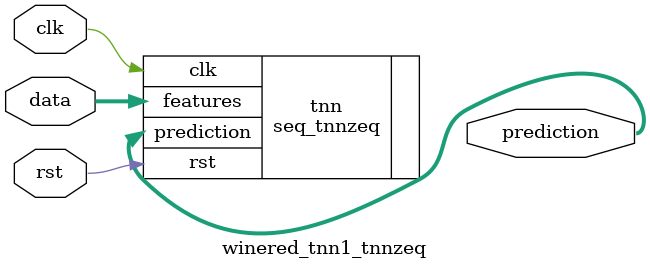
<source format=v>












module winered_tnn1_tnnzeq #(

parameter FEAT_CNT = 11,
parameter HIDDEN_CNT = 40,
parameter FEAT_BITS = 4,
parameter CLASS_CNT = 6,
parameter TEST_CNT = 1000




  ) (
  input clk,
  input rst,
  input [FEAT_CNT*FEAT_BITS-1:0] data,
  output [$clog2(CLASS_CNT)-1:0] prediction
  );

  seq_tnnzeq #(
      .FEAT_CNT(FEAT_CNT),.FEAT_BITS(FEAT_BITS),.HIDDEN_CNT(HIDDEN_CNT),.CLASS_CNT(CLASS_CNT),
  .SPARSE_VALS(440'b00011100000000110110110000000000000000011001010001000010000100000111001000000101001011010001000100010100000101000010100110001000011010000010001001001011011000010100000010110100001001001011100101000100000101000010100000001001010000010111100100010010001011001000000000001000010000111011101010110010110000000010100000000000100000000010000001111000010111101001000010000000000000010011001100000001011000101010000000000000000010100000001000100100),
  .MASK(440'b11111100100001110110110000001001000010111011011111011011110100010111001011101101101011111101000101011111100101010010101110101100011010001010101111101111111010110101011110111100001011111111100101001111100111001010100001011111110000110111110100110011101011011010111001101000010000111111101110110011111010100110100111001100101100011010000101111110010111111001111010101001001010011111001111111011011010101110000010001100101010110100101011111111),
  .NONZERO_CNT(640'h070702060806070805080605050a0608080607040707070704070806060506080704080805040609),
  .SPARSE_VALS2(71'b11111010010011110001001011010000111010010110011001101111011010010001010),  // Bits of not-zeroes
  .COL_INDICES(568'h2523211e190e0d0c08060400252421201f1d1916140f0e0c0b070302010027222120170c06012321190e0d0c0908040100231d1c0d0b0a0905271e1d1c1a171612110c04030200), // Column of non-zeros
  .ROW_PTRS(56'h473b2921160e00) // Column of non-zeros // Start indices per row
      ) tnn (
    .clk(clk),
    .rst(rst),
    .features(data),
    .prediction(prediction)
  );

endmodule

</source>
